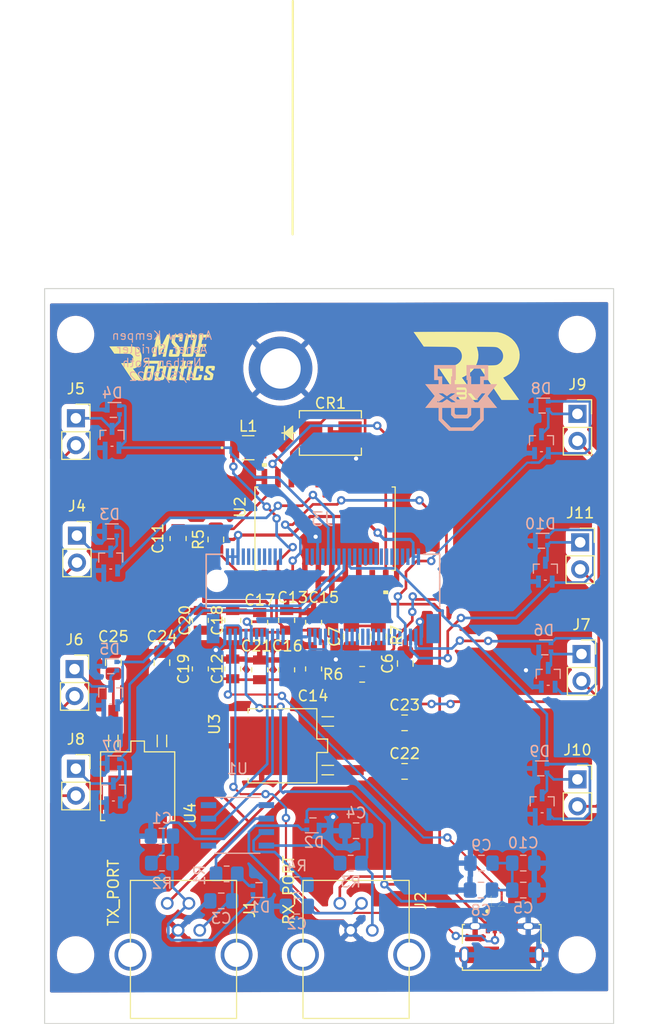
<source format=kicad_pcb>
(kicad_pcb (version 20211014) (generator pcbnew)
  (layers (0 "F.Cu" mixed) (31 "B.Cu" mixed) (34 "B.Paste" user) (35 "F.Paste" user) (36 "B.SilkS" user "B.Silkscreen") (37 "F.SilkS" user "F.Silkscreen") (38 "B.Mask" user) (39 "F.Mask" user) (44 "Edge.Cuts" user))
  (net 0 "")
  (net 1 "Net-(C1-Pad1)")
  (net 2 "GND")
  (net 3 "Net-(D4-Pad2)")
  (net 4 "Net-(C2-Pad1)")
  (net 5 "Net-(C3-Pad1)")
  (net 6 "Net-(D3-Pad2)")
  (net 7 "Net-(C4-Pad1)")
  (net 8 "Net-(C6-Pad1)")
  (net 9 "Net-(C7-Pad1)")
  (net 10 "/220uF")
  (net 11 "Net-(CR1-Pad1)")
  (net 12 "/GPIO_1")
  (net 13 "/GPIO_0")
  (net 14 "/GPIO_2")
  (net 15 "Net-(D5-Pad2)")
  (net 16 "/GPIO_5")
  (net 17 "Net-(D6-Pad2)")
  (net 18 "/GPIO_3")
  (net 19 "Net-(D7-Pad2)")
  (net 20 "/GPIO_7")
  (net 21 "Net-(D8-Pad2)")
  (net 22 "/GPIO_4")
  (net 23 "Net-(D9-Pad2)")
  (net 24 "/GPIO_6")
  (net 25 "Net-(D10-Pad2)")
  (net 26 "Net-(J3-Pad11)")
  (net 27 "/USB_D+")
  (net 29 "/USB_D-")
  (net 36 "/RS485_RXD")
  (net 38 "/RS485_TXD")
  (net 42 "Net-(R3-Pad2)")
  (net 43 "Net-(R4-Pad2)")
  (net 66 "Net-(R1-Pad2)")
  (net 67 "Net-(R2-Pad2)")
  (net 68 "Net-(R5-Pad1)")
  (net 69 "Net-(R6-Pad1)")
  (net 70 "/RS485_A_12V")
  (net 71 "/RS485_B_12V")
  (net 80 "Net-(U1-Pad1)")
  (net 81 "5V")
  (net 82 "USB_V")
  (net 83 "5V_L")
  (footprint "Connector_PinSocket_2.54mm:PinSocket_1x02_P2.54mm_Vertical" (layer "F.Cu") (at 153.949 110.47825)
    (fp_text reference "J10")
    (fp_text value "Conn_01x02_Male")
  )
  (footprint "22U:CL21A226MQQNNNF" (layer "F.Cu") (at 118.4275 100.076 90)
    (fp_text reference "C19")
    (fp_text value "22uF" hide)
  )
  (footprint "22U:CL21A226MQQNNNF" (layer "F.Cu") (at 129.0955 95.6945 90)
    (fp_text reference "C15")
    (fp_text value "22uF" hide)
  )
  (footprint "Connector_PinSocket_2.54mm:PinSocket_1x02_P2.54mm_Vertical" (layer "F.Cu") (at 154.203 88.158)
    (fp_text reference "J11")
    (fp_text value "Conn_01x02_Male")
  )
  (footprint "MountingHole:MountingHole_2.5mm" (layer "F.Cu") (at 106.68 68.58)
    (fp_text reference "H2" hide)
    (fp_text value "MountingHole")
  )
  (footprint "Logos:MSOE Robotics" (layer "F.Cu") (at 114.808 70.739)
    (fp_text reference "G***" hide)
    (fp_text value "LOGO" hide)
  )
  (footprint "Logos:Raider Robotics" (layer "F.Cu") (at 143.637 71.501)
    (fp_text reference "G***" hide)
    (fp_text value "LOGO" hide)
  )
  (footprint "Connector_PinSocket_2.54mm:PinSocket_1x02_P2.54mm_Vertical" (layer "F.Cu") (at 106.705 76.474)
    (fp_text reference "J5")
    (fp_text value "Conn_01x02_Male")
  )
  (footprint "22U:CL21A226MQQNNNF" (layer "F.Cu") (at 129.0955 100.076 90)
    (fp_text reference "C14")
    (fp_text value "22uF" hide)
  )
  (footprint "22U:CL21A226MQQNNNF" (layer "F.Cu") (at 118.4275 95.504 90)
    (fp_text reference "C20")
    (fp_text value "22uF" hide)
  )
  (footprint "RS485:RS485" (layer "F.Cu") (at 116.84 128.652)
    (fp_text reference "J1")
    (fp_text value "TX_PORT")
  )
  (footprint "12v5v:MC78M05CDTRKG" (layer "F.Cu") (at 112.522 111.125 180)
    (fp_text reference "U4")
    (fp_text value "MC78M05CDTRKG" hide)
  )
  (footprint "Capacitor_SMD:C_0805_2012Metric_Pad1.18x1.45mm_HandSolder" (layer "F.Cu") (at 137.668 105.156)
    (fp_text reference "C23")
    (fp_text value "1u")
  )
  (footprint "MBRS130L:MBRS130L" (layer "F.Cu") (at 130.6753 77.85735)
    (fp_text reference "CR1")
    (fp_text value "MBRS130L" hide)
  )
  (footprint "22U:CL21A226MQQNNNF" (layer "F.Cu") (at 126.5555 100.1642 90)
    (fp_text reference "C16")
    (fp_text value "22uF" hide)
  )
  (footprint "induct33u:LB3218T330M" (layer "F.Cu") (at 122.936 79.248)
    (fp_text reference "L1")
    (fp_text value "LB3218T330M (33uH)" hide)
  )
  (footprint "Capacitor_SMD:C_0805_2012Metric_Pad1.18x1.45mm_HandSolder" (layer "F.Cu") (at 132.6515 97.028 -90)
    (fp_text reference "C7")
    (fp_text value "0.01u")
  )
  (footprint "10118194-0001LF:AMPHENOL_10118194-0001LF" (layer "F.Cu") (at 146.812 127)
    (fp_text reference "J12")
    (fp_text value "10118194-0001LF")
  )
  (footprint "22U:CL21A226MQQNNNF" (layer "F.Cu") (at 124.0155 95.6945 90)
    (fp_text reference "C17")
    (fp_text value "22uF" hide)
  )
  (footprint "MountingHole:MountingHole_2.5mm" (layer "F.Cu") (at 106.68 127)
    (fp_text reference "H4" hide)
    (fp_text value "MountingHole")
  )
  (footprint "MountingHole:MountingHole_2.5mm" (layer "F.Cu") (at 153.924 68.58)
    (fp_text reference "H1" hide)
    (fp_text value "MountingHole")
  )
  (footprint "33sw:MIC2178-3.3YWM" (layer "F.Cu") (at 130.175 86.868 -90)
    (fp_text reference "U2")
    (fp_text value "MIC2178-3.3YWM" hide)
  )
  (footprint "22U:CL21A226MQQNNNF" (layer "F.Cu") (at 121.4755 95.504 90)
    (fp_text reference "C18")
    (fp_text value "22uF" hide)
  )
  (footprint "Connector_PinSocket_2.54mm:PinSocket_1x02_P2.54mm_Vertical" (layer "F.Cu") (at 106.807 87.523)
    (fp_text reference "J4")
    (fp_text value "Conn_01x02_Male")
  )
  (footprint "Capacitor_SMD:C_0805_2012Metric_Pad1.18x1.45mm_HandSolder" (layer "F.Cu") (at 137.668 109.728)
    (fp_text reference "C22")
    (fp_text value "1u")
  )
  (footprint "Resistor_SMD:R_0805_2012Metric_Pad1.20x1.40mm_HandSolder" (layer "F.Cu") (at 133.6675 100.584)
    (fp_text reference "R6")
    (fp_text value "10k")
  )
  (footprint "Capacitor_SMD:C_0805_2012Metric_Pad1.18x1.45mm_HandSolder" (layer "F.Cu") (at 137.7315 99.568 90)
    (fp_text reference "C6")
    (fp_text value "6.8n")
  )
  (footprint "Resistor_SMD:R_0805_2012Metric_Pad1.20x1.40mm_HandSolder" (layer "F.Cu") (at 135.1915 97.028 -90)
    (fp_text reference "R7")
    (fp_text value "10k")
  )
  (footprint "22U:CL21A226MQQNNNF" (layer "F.Cu") (at 126.5555 95.504 90)
    (fp_text reference "C13")
    (fp_text value "22uF" hide)
  )
  (footprint "Connector_PinSocket_2.54mm:PinSocket_1x02_P2.54mm_Vertical" (layer "F.Cu") (at 153.949 76.06125)
    (fp_text reference "J9")
    (fp_text value "Conn_01x02_Male")
  )
  (footprint "22U:CL21A226MQQNNNF" (layer "F.Cu") (at 116.332 87.7958 -90)
    (fp_text reference "C11")
    (fp_text value "CL21A226MQQNNNF (22uF)" hide)
  )
  (footprint "Resistor_SMD:R_0805_2012Metric_Pad1.20x1.40mm_HandSolder" (layer "F.Cu") (at 119.888 87.884 90)
    (fp_text reference "R5")
    (fp_text value "20k")
  )
  (footprint "MountingHole:MountingHole_2.5mm" (layer "F.Cu") (at 153.924 127)
    (fp_text reference "H3" hide)
    (fp_text value "MountingHole")
  )
  (footprint "Capacitor_SMD:C_0805_2012Metric_Pad1.18x1.45mm_HandSolder" (layer "F.Cu") (at 110.236 99.4918 90)
    (fp_text reference "C25")
    (fp_text value "1u")
  )
  (footprint "Connector_PinSocket_2.54mm:PinSocket_1x02_P2.54mm_Vertical" (layer "F.Cu") (at 154.33 98.679)
    (fp_text reference "J7")
    (fp_text value "Conn_01x02_Male")
  )
  (footprint "22U:CL21A226MQQNNNF" (layer "F.Cu") (at 121.4755 100.076 90)
    (fp_text reference "C12")
    (fp_text value "22uF" hide)
  )
  (footprint "Connector_PinSocket_2.54mm:PinSocket_1x02_P2.54mm_Vertical" (layer "F.Cu") (at 106.578 100.096)
    (fp_text reference "J6")
    (fp_text value "Conn_01x02_Male")
  )
  (footprint "22U:CL21A226MQQNNNF" (layer "F.Cu") (at 124.0155 100.1642 90)
    (fp_text reference "C21")
    (fp_text value "22uF" hide)
  )
  (footprint "Connector_PinSocket_2.54mm:PinSocket_1x02_P2.54mm_Vertical" (layer "F.Cu") (at 106.705 109.474)
    (fp_text reference "J8")
    (fp_text value "Conn_01x02_Male")
  )
  (footprint "Capacitor_SMD:C_0805_2012Metric_Pad1.18x1.45mm_HandSolder" (layer "F.Cu") (at 114.808 99.4918 90)
    (fp_text reference "C24")
    (fp_text value "1u")
  )
  (footprint "12v5v:MC78M05CDTRKG" (layer "F.Cu") (at 126.1618 107.315 90)
    (fp_text reference "U3")
    (fp_text value "MC78M05CDTRKG" hide)
  )
  (footprint "RS485:RS485" (layer "F.Cu") (at 133.096 128.652)
    (fp_text reference "J2")
    (fp_text value "RX_PORT")
  )
  (footprint "Capacitor_SMD:C_0805_2012Metric_Pad1.18x1.45mm_HandSolder" (layer "B.Cu") (at 148.844 118.364)
    (fp_text reference "C10")
    (fp_text value "0.1u")
  )
  (footprint "Resistor_SMD:R_0805_2012Metric_Pad1.20x1.40mm_HandSolder" (layer "B.Cu") (at 127.508 120.396)
    (fp_text reference "R4")
    (fp_text value "10")
  )
  (footprint "Capacitor_SMD:C_0805_2012Metric_Pad1.18x1.45mm_HandSolder" (layer "B.Cu") (at 144.907 118.364 180)
    (fp_text reference "C9")
    (fp_text value "0.1u")
  )
  (footprint "Capacitor_SMD:C_0805_2012Metric_Pad1.18x1.45mm_HandSolder" (layer "B.Cu") (at 120.396 121.92 180)
    (fp_text reference "C3")
    (fp_text value "0.1u")
  )
  (footprint "Package_TO_SOT_SMD:SOT-723" (layer "B.Cu") (at 150.876 98.044 180)
    (fp_text reference "D6")
    (fp_text value "D_TVS_x2_AAC")
  )
  (footprint "Package_TO_SOT_SMD:SOT-723" (layer "B.Cu") (at 109.982 87.122 180)
    (fp_text reference "D3")
    (fp_text value "D_TVS_x2_AAC")
  )
  (footprint "Capacitor_SMD:C_0805_2012Metric_Pad1.18x1.45mm_HandSolder" (layer "B.Cu") (at 148.844 120.904)
    (fp_text reference "C5")
    (fp_text value "10n")
  )
  (footprint "Capacitor_SMD:C_0805_2012Metric_Pad1.18x1.45mm_HandSolder" (layer "B.Cu") (at 144.864 120.904 180)
    (fp_text reference "C8")
    (fp_text value "10n")
  )
  (footprint "Package_TO_SOT_SMD:SOT-723" (layer "B.Cu") (at 109.982 99.822 180)
    (fp_text reference "D5")
    (fp_text value "D_TVS_x2_AAC")
  )
  (footprint "SSM3K7002KFU:SSM3K7002KFU" (layer "B.Cu") (at 151.1935 100.86975 180)
    (fp_text reference "MOSFET4" hide)
    (fp_text value "SSM3K7002KFU" hide)
  )
  (footprint "SSM3K7002KFU:SSM3K7002KFU" (layer "B.Cu") (at 150.5585 78.867 180)
    (fp_text reference "MOSFET6" hide)
    (fp_text value "SSM3K7002KFU" hide)
  )
  (footprint "mm-m:M.2-CONNECTOR-E" (layer "B.Cu") (at 129.9755 91.78125 180)
    (fp_text reference "J3")
    (fp_text value "MICROMOD-2222" hide)
  )
  (footprint "Package_TO_SOT_SMD:SOT-723" (layer "B.Cu") (at 150.495 109.44225 180)
    (fp_text reference "D9")
    (fp_text value "D_TVS_x2_AAC")
  )
  (footprint "Package_TO_SOT_SMD:SOT-723" (layer "B.Cu") (at 123.952 120.904)
    (fp_text reference "D1")
    (fp_text value "D_TVS_x2_AAC")
  )
  (footprint "Package_TO_SOT_SMD:SOT-723" (layer "B.Cu") (at 110.236 108.966 180)
    (fp_text reference "D7")
    (fp_text value "D_TVS_x2_AAC")
  )
  (footprint "SSM3K7002KFU:SSM3K7002KFU" (layer "B.Cu") (at 150.622 112.87125 180)
    (fp_text reference "MOSFET7" hide)
    (fp_text value "SSM3K7002KFU" hide)
  )
  (footprint "SSM3K7002KFU:SSM3K7002KFU" (layer "B.Cu") (at 110.236 111.76 180)
    (fp_text reference "MOSFET5" hide)
    (fp_text value "SSM3K7002KFU" hide)
  )
  (footprint "SSM3K7002KFU:SSM3K7002KFU" (layer "B.Cu") (at 150.924501 90.96375 180)
    (fp_text reference "MOSFET8" hide)
    (fp_text value "SSM3K7002KFU" hide)
  )
  (footprint "SSM3K7002KFU:SSM3K7002KFU" (layer "B.Cu") (at 110.109 78.359 180)
    (fp_text reference "MOSFET2" hide)
    (fp_text value "SSM3K7002KFU" hide)
  )
  (footprint "Package_TO_SOT_SMD:SOT-723" (layer "B.Cu") (at 150.622 75.27925 180)
    (fp_text reference "D8")
    (fp_text value "D_TVS_x2_AAC")
  )
  (footprint "MicroMod_ATP_CarrierBoard:STAND-OFF-REFLOW-M2.5" (layer "B.Cu") (at 125.9795 71.78325 180)
    (fp_text reference "H5" hide)
    (fp_text value "STAND-OFF-REFLOW2.5MM_TALL" hide)
  )
  (footprint "Resistor_SMD:R_0805_2012Metric_Pad1.20x1.40mm_HandSolder" (layer "B.Cu") (at 114.808 118.364 180)
    (fp_text reference "R2")
    (fp_text value "10")
  )
  (footprint "Capacitor_SMD:C_0805_2012Metric_Pad1.18x1.45mm_HandSolder" (layer "B.Cu") (at 133.096 115.316 180)
    (fp_text reference "C4")
    (fp_text value "0.1u")
  )
  (footprint "Logos:VEXU" (layer "B.Cu") (at 143.002 74.549 180)
    (fp_text reference "G***" hide)
    (fp_text value "LOGO" hide)
  )
  (footprint "RS_UART:ISL83490IBZ" (layer "B.Cu") (at 121.92 114.808)
    (fp_text reference "U1")
    (fp_text value "ISL83490IBZ" hide)
  )
  (footprint "Package_TO_SOT_SMD:SOT-723" (layer "B.Cu") (at 150.5585 88.011 180)
    (fp_text reference "D10")
    (fp_text value "D_TVS_x2_AAC")
  )
  (footprint "Package_TO_SOT_SMD:SOT-723" (layer "B.Cu") (at 129.032 114.808)
    (fp_text reference "D2")
    (fp_text value "D_TVS_x2_AAC")
  )
  (footprint "Package_TO_SOT_SMD:SOT-723" (layer "B.Cu") (at 110.236 75.692 180)
    (fp_text reference "D4")
    (fp_text value "D_TVS_x2_AAC")
  )
  (footprint "Capacitor_SMD:C_0805_2012Metric_Pad1.18x1.45mm_HandSolder" (layer "B.Cu") (at 114.808 115.824 180)
    (fp_text reference "C1")
    (fp_text value "0.1u")
  )
  (footprint "Resistor_SMD:R_0805_2012Metric_Pad1.20x1.40mm_HandSolder" (layer "B.Cu") (at 132.588 118.364 180)
    (fp_text reference "R3")
    (fp_text value "10")
  )
  (footprint "Resistor_SMD:R_0805_2012Metric_Pad1.20x1.40mm_HandSolder" (layer "B.Cu") (at 120.904 119.38 180)
    (fp_text reference "R1")
    (fp_text value "10")
  )
  (footprint "Capacitor_SMD:C_0805_2012Metric_Pad1.18x1.45mm_HandSolder" (layer "B.Cu") (at 127.508 122.428 180)
    (fp_text reference "C2")
    (fp_text value "0.1u")
  )
  (footprint "SSM3K7002KFU:SSM3K7002KFU" (layer "B.Cu") (at 109.982 89.916 180)
    (fp_text reference "MOSFET1" hide)
    (fp_text value "SSM3K7002KFU" hide)
  )
  (footprint "SSM3K7002KFU:SSM3K7002KFU" (layer "B.Cu") (at 109.982 102.616 180)
    (fp_text reference "MOSFET3" hide)
    (fp_text value "SSM3K7002KFU" hide)
  )
  (gr_line (start 127.1414 37.1856) (end 127.116 59.1566) (layer "F.SilkS") (width 0.2032))
  (gr_rect (start 103.759 64.262) (end 157.353 133.477) (layer "Edge.Cuts") (width 0.1) (fill none))
  (gr_text "Andrew Kempen\nAsher Sprigler\nNathan Roth\n4/5/2022" (at 114.808 70.612) (layer "B.SilkS") (effects (font (size 0.8 0.8) (thickness 0.1)) (justify mirror)))
  (segment (start 115.808 115.8615) (end 115.8455 115.824) (width 0.25) (layer "B.Cu") (net 1))
  (segment (start 115.808 118.364) (end 115.808 115.8615) (width 0.25) (layer "B.Cu") (net 1))
  (segment (start 123.377 121.304) (end 123.377 121.754) (width 0.25) (layer "B.Cu") (net 1))
  (segment (start 115.710511 125.616511) (end 115.405489 125.311489) (width 0.25) (layer "B.Cu") (net 1))
  (segment (start 119.514489 125.616511) (end 115.710511 125.616511) (width 0.25) (layer "B.Cu") (net 1))
  (segment (start 123.377 121.754) (end 119.514489 125.616511) (width 0.25) (layer "B.Cu") (net 1))
  (segment (start 117.35 122.152) (end 115.808 120.61) (width 0.25) (layer "B.Cu") (net 1))
  (segment (start 115.405489 124.096511) (end 117.35 122.152) (width 0.25) (layer "B.Cu") (net 1))
  (segment (start 115.405489 125.311489) (end 115.405489 124.096511) (width 0.25) (layer "B.Cu") (net 1))
  (segment (start 115.808 120.61) (end 115.808 118.364) (width 0.25) (layer "B.Cu") (net 1))
  (segment (start 137.7315 98.5305) (end 137.5625 98.5305) (width 0.35) (layer "F.Cu") (net 2))
  (segment (start 130.81 91.6178) (end 129.54 91.6178) (width 0.35) (layer "F.Cu") (net 2))
  (segment (start 128.27 82.7151) (end 128.27 82.1182) (width 0.2) (layer "F.Cu") (net 2))
  (segment (start 132.461 98.256) (end 132.6515 98.0655) (width 0.35) (layer "F.Cu") (net 2))
  (segment (start 130.81 82.1182) (end 132.08 82.1182) (width 0.35) (layer "F.Cu") (net 2))
  (segment (start 124.554489 123.792489) (end 124.587 123.825) (width 0.2) (layer "F.Cu") (net 2))
  (segment (start 132.6515 98.0655) (end 135.154 98.0655) (width 0.35) (layer "F.Cu") (net 2))
  (segment (start 121.666 94.7667) (end 121.4755 94.5762) (width 0.35) (layer "F.Cu") (net 2))
  (segment (start 130.81 82.1182) (end 129.54 82.1182) (width 0.35) (layer "F.Cu") (net 2))
  (segment (start 129.0073 99.2364) (end 129.0955 99.1482) (width 0.35) (layer "F.Cu") (net 2))
  (segment (start 133.096 78.42385) (end 132.5295 77.85735) (width 0.35) (layer "F.Cu") (net 2))
  (segment (start 128.27 91.6178) (end 129.54 91.6178) (width 0.35) (layer "F.Cu") (net 2))
  (segment (start 147.462 124.3) (end 148.112 124.3) (width 0.35) (layer "F.Cu") (net 2))
  (segment (start 123.9273 99.1482) (end 124.0155 99.2364) (width 0.35) (layer "F.Cu") (net 2))
  (segment (start 118.4275 99.1482) (end 119.0378 99.1482) (width 0.35) (layer "F.Cu") (net 2))
  (segment (start 135.154 98.0655) (end 135.1915 98.028) (width 0.35) (layer "F.Cu") (net 2))
  (segment (start 128.7392 99.1482) (end 129.0955 99.1482) (width 0.35) (layer "F.Cu") (net 2))
  (segment (start 124.0155 94.7667) (end 121.666 94.7667) (width 0.35) (layer "F.Cu") (net 2))
  (segment (start 124.46 82.1182) (end 124.46 81.39213) (width 0.35) (layer "F.Cu") (net 2))
  (segment (start 126.746 94.7667) (end 126.5555 94.5762) (width 0.35) (layer "F.Cu") (net 2))
  (segment (start 132.08 91.6178) (end 130.81 91.6178) (width 0.35) (layer "F.Cu") (net 2))
  (segment (start 129.54 82.1182) (end 128.27 82.1182) (width 0.35) (layer "F.Cu") (net 2))
  (segment (start 148.112 126.7) (end 147.812 127) (width 0.35) (layer "F.Cu") (net 2))
  (segment (start 133.35 91.6178) (end 132.08 91.6178) (width 0.35) (layer "F.Cu") (net 2))
  (via (at 131.191 99.187) (size 0.8) (drill 0.4) (layers "F.Cu" "B.Cu") (net 2))
  (via (at 139.110668 95.637078) (size 0.8) (drill 0.4) (layers "F.Cu" "B.Cu") (net 2))
  (via (at 129.286 87.63) (size 0.8) (drill 0.4) (layers "F.Cu" "B.Cu") (net 2))
  (via (at 119.888 98.298) (size 0.8) (drill 0.4) (layers "F.Cu" "B.Cu") (net 2))
  (via (at 130.937 114.0085) (size 0.8) (drill 0.4) (layers "F.Cu" "B.Cu") (net 2))
  (via (at 149.098 100.203) (size 0.8) (drill 0.4) (layers "F.Cu" "B.Cu") (net 2))
  (via (at 133.096 80.264) (size 0.8) (drill 0.4) (layers "F.Cu" "B.Cu") (net 2))
  (segment (start 120.7255 97.05625) (end 120.7255 96.032228) (width 0.2) (layer "B.Cu") (net 2))
  (segment (start 129.4755 87.8195) (end 129.4755 89.50625) (width 0.25) (layer "B.Cu") (net 2))
  (segment (start 131.191 99.187) (end 130.2255 98.2215) (width 0.2) (layer "B.Cu") (net 2))
  (segment (start 109.407 90.878498) (end 109.332001 90.803499) (width 0.35) (layer "B.Cu") (net 2))
  (segment (start 128.7255 98.080272) (end 128.866728 98.2215) (width 0.2) (layer "B.Cu") (net 2))
  (segment (start 125.984 122.428) (end 126.4705 122.428) (width 0.2) (layer "B.Cu") (net 2))
  (segment (start 132.0585 115.316) (end 132.48752 115.74502) (width 0.2) (layer "B.Cu") (net 2))
  (segment (start 143.8265 118.407) (end 143.8695 118.364) (width 0.35) (layer "B.Cu") (net 2))
  (segment (start 129.286 87.63) (end 129.4755 87.8195) (width 0.25) (layer "B.Cu") (net 2))
  (segment (start 120.182772 98.298) (end 120.7255 97.755272) (width 0.2) (layer "B.Cu") (net 2))
  (segment (start 128.7255 97.05625) (end 128.7255 98.080272) (width 0.2) (layer "B.Cu") (net 2))
  (segment (start 122.016739 95.981739) (end 122.2255 96.1905) (width 0.2) (layer "B.Cu") (net 2))
  (segment (start 109.586001 112.647499) (end 109.586001 112.990199) (width 0.35) (layer "B.Cu") (net 2))
  (segment (start 120.7255 97.755272) (end 120.7255 97.05625) (width 0.2) (layer "B.Cu") (net 2))
  (segment (start 128.866728 98.2215) (end 130.2255 98.2215) (width 0.2) (layer "B.Cu") (net 2))
  (segment (start 116.33 124.692) (end 119.102 121.92) (width 0.35) (layer "B.Cu") (net 2))
  (segment (start 149.8815 118.364) (end 149.972001 118.273499) (width 0.35) (layer "B.Cu") (net 2))
  (segment (start 109.407 79.2985) (end 109.459001 79.246499) (width 0.35) (layer "B.Cu") (net 2))
  (segment (start 131.7255 98.1975) (end 131.7255 97.05625) (width 0.2) (layer "B.Cu") (net 2))
  (segment (start 109.332001 91.171001) (end 109.332001 90.803499) (width 0.35) (layer "B.Cu") (net 2))
  (segment (start 119.888 98.298) (end 120.182772 98.298) (width 0.2) (layer "B.Cu") (net 2))
  (segment (start 109.661 75.692) (end 109.661 75.092) (width 0.35) (layer "B.Cu") (net 2))
  (segment (start 119.102 121.92) (end 119.3585 121.92) (width 0.35) (layer "B.Cu") (net 2))
  (segment (start 143.8265 120.904) (end 144.312 121.3895) (width 0.35) (layer "B.Cu") (net 2))
  (segment (start 130.2255 98.2215) (end 130.2255 97.05625) (width 0.2) (layer "B.Cu") (net 2))
  (segment (start 139.110668 95.637078) (end 139.250011 95.776421) (width 0.35) (layer "B.Cu") (net 2))
  (segment (start 150.415817 101.629565) (end 150.543501 101.757249) (width 0.35) (layer "B.Cu") (net 2))
  (segment (start 149.92 113.706748) (end 149.972001 113.758749) (width 0.35) (layer "B.Cu") (net 2))
  (segment (start 131.191 99.187) (end 131.191 98.732) (width 0.2) (layer "B.Cu") (net 2))
  (segment (start 120.7255 96.032228) (end 120.775989 95.981739) (width 0.2) (layer "B.Cu") (net 2))
  (segment (start 120.775989 95.981739) (end 122.016739 95.981739) (width 0.2) (layer "B.Cu") (net 2))
  (segment (start 122.2255 96.1905) (end 122.2255 97.05625) (width 0.2) (layer "B.Cu") (net 2))
  (segment (start 131.191 98.732) (end 131.7255 98.1975) (width 0.2) (layer "B.Cu") (net 2))
  (segment (start 139.250011 95.776421) (end 139.250011 97.05625) (width 0.35) (layer "B.Cu") (net 2))
  (segment (start 110.811 76.092) (end 110.811 76.7695) (width 0.25) (layer "B.Cu") (net 3))
  (segment (start 109.1115 76.474) (end 110.109 77.4715) (width 0.25) (layer "B.Cu") (net 3))
  (segment (start 110.811 76.7695) (end 110.109 77.4715) (width 0.25) (layer "B.Cu") (net 3))
  (segment (start 106.705 76.474) (end 109.1115 76.474) (width 0.25) (layer "B.Cu") (net 3))
  (segment (start 122.99448 117.357719) (end 122.99448 115.433998) (width 0.25) (layer "B.Cu") (net 4))
  (segment (start 126.03276 120.396) (end 122.99448 117.357719) (width 0.25) (layer "B.Cu") (net 4))
  (segment (start 129.194011 123.076511) (end 128.5455 122.428) (width 0.25) (layer "B.Cu") (net 4))
  (segment (start 126.508 120.396) (end 126.03276 120.396) (width 0.25) (layer "B.Cu") (net 4))
  (segment (start 126.5135 120.396) (end 128.5455 122.428) (width 0.25) (layer "B.Cu") (net 4))
  (segment (start 127.613089 114.839089) (end 127.982 115.208) (width 0.25) (layer "B.Cu") (net 4))
  (segment (start 122.99448 115.433998) (end 123.589389 114.839089) (width 0.25) (layer "B.Cu") (net 4))
  (segment (start 133.606 122.152) (end 132.681489 123.076511) (width 0.25) (layer "B.Cu") (net 4))
  (segment (start 127.982 115.208) (end 128.457 115.208) (width 0.25) (layer "B.Cu") (net 4))
  (segment (start 123.589389 114.839089) (end 127.613089 114.839089) (width 0.25) (layer "B.Cu") (net 4))
  (segment (start 132.681489 123.076511) (end 129.194011 123.076511) (width 0.25) (layer "B.Cu") (net 4))
  (segment (start 126.508 120.396) (end 126.5135 120.396) (width 0.25) (layer "B.Cu") (net 4))
  (segment (start 121.142 121.92) (end 121.4335 121.92) (width 0.25) (layer "B.Cu") (net 5))
  (segment (start 121.4335 119.8505) (end 121.904 119.38) (width 0.25) (layer "B.Cu") (net 5))
  (segment (start 123.028 120.504) (end 121.904 119.38) (width 0.25) (layer "B.Cu") (net 5))
  (segment (start 118.37 124.692) (end 121.142 121.92) (width 0.25) (layer "B.Cu") (net 5))
  (segment (start 123.377 120.504) (end 123.028 120.504) (width 0.25) (layer "B.Cu") (net 5))
  (segment (start 121.4335 121.92) (end 121.4335 119.8505) (width 0.25) (layer "B.Cu") (net 5))
  (segment (start 110.557 87.522) (end 110.557 88.4535) (width 0.25) (layer "B.Cu") (net 6))
  (segment (start 108.3125 89.0285) (end 106.807 87.523) (width 0.25) (layer "B.Cu") (net 6))
  (segment (start 110.557 88.4535) (end 109.982 89.0285) (width 0.25) (layer "B.Cu") (net 6))
  (segment (start 109.982 89.0285) (end 108.3125 89.0285) (width 0.25) (layer "B.Cu") (net 6))
  (segment (start 134.1335 115.316) (end 134.1335 117.8185) (width 0.25) (layer "B.Cu") (net 7))
  (segment (start 133.604 113.284) (end 128.644 113.284) (width 0.25) (layer "B.Cu") (net 7))
  (segment (start 134.626 119.402) (end 134.626 124.692) (width 0.25) (layer "B.Cu") (net 7))
  (segment (start 134.1335 115.316) (end 134.112 115.2945) (width 0.25) (layer "B.Cu") (net 7))
  (segment (start 134.112 113.792) (end 133.604 113.284) (width 0.25) (layer "B.Cu") (net 7))
  (segment (start 134.112 115.2945) (end 134.112 113.792) (width 0.25) (layer "B.Cu") (net 7))
  (segment (start 133.588 118.364) (end 134.626 119.402) (width 0.25) (layer "B.Cu") (net 7))
  (segment (start 128.644 113.284) (end 128.457 113.471) (width 0.25) (layer "B.Cu") (net 7))
  (segment (start 134.1335 117.8185) (end 133.588 118.364) (width 0.25) (layer "B.Cu") (net 7))
  (segment (start 128.457 113.471) (end 128.457 114.408) (width 0.25) (layer "B.Cu") (net 7))
  (segment (start 134.6675 100.584) (end 137.71 100.584) (width 0.25) (layer "F.Cu") (net 8))
  (segment (start 137.71 100.584) (end 137.7315 100.6055) (width 0.25) (layer "F.Cu") (net 8))
  (segment (start 135.1915 96.028) (end 132.689 96.028) (width 0.25) (layer "F.Cu") (net 9))
  (segment (start 132.689 96.028) (end 132.6515 95.9905) (width 0.25) (layer "F.Cu") (net 9))
  (segment (start 135.1915 96.028) (end 134.62 95.4565) (width 0.25) (layer "F.Cu") (net 9))
  (segment (start 134.62 95.4565) (end 134.62 91.6178) (width 0.25) (layer "F.Cu") (net 9))
  (segment (start 128.905 96.4318) (end 129.0955 96.6223) (width 0.25) (layer "F.Cu") (net 10))
  (segment (start 126.365 96.6223) (end 126.5555 96.4318) (width 0.25) (layer "F.Cu") (net 10))
  (segment (start 125.605989 91.741811) (end 125.73 91.6178) (width 0.25) (layer "F.Cu") (net 10))
  (segment (start 124.0155 101.092) (end 121.5637 101.092) (width 0.25) (layer "F.Cu") (net 10))
  (segment (start 129.0955 101.0038) (end 126.6437 101.0038) (width 0.25) (layer "F.Cu") (net 10))
  (segment (start 125.612753 85.906157) (end 125.612753 85.734753) (width 0.25) (layer "F.Cu") (net 10))
  (segment (start 121.4755 101.0038) (end 118.4275 101.0038) (width 0.25) (layer "F.Cu") (net 10))
  (segment (start 123.825 96.4318) (end 124.0155 96.6223) (width 0.25) (layer "F.Cu") (net 10))
  (segment (start 121.539 81.026) (end 121.539 79.36865) (width 0.25) (layer "F.Cu") (net 10))
  (segment (start 125.605989 95.482289) (end 125.605989 91.741811) (width 0.25) (layer "F.Cu") (net 10))
  (segment (start 125.612753 85.734753) (end 124.673849 84.795849) (width 0.25) (layer "F.Cu") (net 10))
  (segment (start 130.045011 100.054289) (end 129.0955 101.0038) (width 0.25) (layer "F.Cu") (net 10))
  (segment (start 129.0955 96.6223) (end 130.045011 97.571811) (width 0.25) (layer "F.Cu") (net 10))
  (segment (start 124.0155 96.6223) (end 126.365 96.6223) (width 0.25) (layer "F.Cu") (net 10))
  (segment (start 126.6437 101.0038) (end 126.5555 101.092) (width 0.25) (layer "F.Cu") (net 10))
  (segment (start 121.4755 96.4318) (end 123.825 96.4318) (width 0.25) (layer "F.Cu") (net 10))
  (segment (start 125.73 91.6178) (end 125.73 90.0055) (width 0.25) (layer "F.Cu") (net 10))
  (segment (start 125.73 90.0055) (end 127.127 88.6085) (width 0.25) (layer "F.Cu") (net 10))
  (segment (start 121.5637 101.092) (end 121.4755 101.0038) (width 0.25) (layer "F.Cu") (net 10))
  (segment (start 118.4275 96.4318) (end 121.4755 96.4318) (width 0.25) (layer "F.Cu") (net 10))
  (segment (start 130.045011 97.571811) (end 130.045011 100.054289) (width 0.25) (layer "F.Cu") (net 10))
  (segment (start 126.5555 96.4318) (end 128.905 96.4318) (width 0.25) (layer "F.Cu") (net 10))
  (segment (start 121.539 79.36865) (end 121.65965 79.248) (width 0.25) (layer "F.Cu") (net 10))
  (segment (start 126.5555 96.4318) (end 125.605989 95.482289) (width 0.25) (layer "F.Cu") (net 10))
  (segment (start 126.5555 101.092) (end 124.0155 101.092) (width 0.25) (layer "F.Cu") (net 10))
  (via (at 127.127 88.6085) (size 0.8) (drill 0.4) (layers "F.Cu" "B.Cu") (net 10))
  (via (at 124.673849 84.795849) (size 0.8) (drill 0.4) (layers "F.Cu" "B.Cu") (net 10))
  (via (at 121.539 81.026) (size 0.8) (drill 0.4) (layers "F.Cu" "B.Cu") (net 10))
  (via (at 125.612753 85.906157) (size 0.8) (drill 0.4) (layers "F.Cu" "B.Cu") (net 10))
  (segment (start 126.7085 88.6085) (end 125.612753 87.512753) (width 0.25) (layer "B.Cu") (net 10))
  (segment (start 124.673849 84.795849) (end 121.539 81.661) (width 0.25) (layer "B.Cu") (net 10))
  (segment (start 121.539 81.661) (end 121.539 81.026) (width 0.25) (layer "B.Cu") (net 10))
  (segment (start 127.127 88.6085) (end 126.7085 88.6085) (width 0.25) (layer "B.Cu") (net 10))
  (segment (start 125.612753 87.512753) (end 125.612753 85.906157) (width 0.25) (layer "B.Cu") (net 10))
  (segment (start 124.7267 79.248) (end 124.21235 79.248) (width 0.25) (layer "F.Cu") (net 11))
  (segment (start 133.844639 76.440639) (end 133.946211 76.542211) (width 0.25) (layer "F.Cu") (net 11))
  (segment (start 130.237811 76.440639) (end 133.844639 76.440639) (width 0.25) (layer "F.Cu") (net 11))
  (segment (start 127 82.1182) (end 127 81.5213) (width 0.25) (layer "F.Cu") (net 11))
  (segment (start 128.8211 77.85735) (end 130.237811 76.440639) (width 0.25) (layer "F.Cu") (net 11))
  (segment (start 128.8211 77.85735) (end 127 79.67845) (width 0.25) (layer "F.Cu") (net 11))
  (segment (start 127 81.5213) (end 124.7267 79.248) (width 0.25) (layer "F.Cu") (net 11))
  (segment (start 133.946211 76.542211) (end 133.946211 81.521989) (width 0.25) (layer "F.Cu") (net 11))
  (segment (start 133.946211 81.521989) (end 133.35 82.1182) (width 0.25) (layer "F.Cu") (net 11))
  (segment (start 127 79.67845) (end 127 82.1182) (width 0.25) (layer "F.Cu") (net 11))
  (segment (start 125.728837 84.710163) (end 128.014837 84.710163) (width 0.25) (layer "F.Cu") (net 12))
  (segment (start 128.014837 84.710163) (end 129.032 83.693) (width 0.25) (layer "F.Cu") (net 12))
  (via (at 125.728837 84.710163) (size 0.8) (drill 0.4) (layers "F.Cu" "B.Cu") (net 12))
  (via (at 129.032 83.693) (size 0.8) (drill 0.4) (layers "F.Cu" "B.Cu") (net 12))
  (segment (start 125.728837 84.765475) (end 124.642312 85.852) (width 0.25) (layer "B.Cu") (net 12))
  (segment (start 124.642312 85.852) (end 115.583498 85.852) (width 0.25) (layer "B.Cu") (net 12))
  (segment (start 110.831022 86.722) (end 111.106511 86.997489) (width 0.25) (layer "B.Cu") (net 12))
  (segment (start 129.032 83.693) (end 130.9755 85.6365) (width 0.25) (layer "B.Cu") (net 12))
  (segment (start 111.106511 90.328987) (end 110.631999 90.803499) (width 0.25) (layer "B.Cu") (net 12))
  (segment (start 110.557 86.722) (end 110.831022 86.722) (width 0.25) (layer "B.Cu") (net 12))
  (segment (start 130.9755 85.6365) (end 130.9755 89.50625) (width 0.25) (layer "B.Cu") (net 12))
  (segment (start 111.106511 86.997489) (end 111.106511 90.328987) (width 0.25) (layer "B.Cu") (net 12))
  (segment (start 125.728837 84.710163) (end 125.728837 84.765475) (width 0.25) (layer "B.Cu") (net 12))
  (segment (start 115.583498 85.852) (end 110.631999 90.803499) (width 0.25) (layer "B.Cu") (net 12))
  (segment (start 111.360511 75.366511) (end 111.360511 78.644987) (width 0.25) (layer "B.Cu") (net 13))
  (segment (start 121.289771 79.246499) (end 121.289771 79.752157) (width 0.25) (layer "B.Cu") (net 13))
  (segment (start 125.73198 82.04398) (end 130.4755 86.7875) (width 0.25) (layer "B.Cu") (net 13))
  (segment (start 121.289771 79.752157) (end 123.581594 82.04398) (width 0.25) (layer "B.Cu") (net 13))
  (segment (start 111.360511 78.644987) (end 110.758999 79.246499) (width 0.25) (layer "B.Cu") (net 13))
  (segment (start 110.758999 79.246499) (end 121.289771 79.246499) (width 0.25) (layer "B.Cu") (net 13))
  (segment (start 111.286 75.292) (end 111.360511 75.366511) (width 0.25) (layer "B.Cu") (net 13))
  (segment (start 123.581594 82.04398) (end 125.73198 82.04398) (width 0.25) (layer "B.Cu") (net 13))
  (segment (start 130.4755 86.7875) (end 130.4755 89.50625) (width 0.25) (layer "B.Cu") (net 13))
  (segment (start 110.811 75.292) (end 111.286 75.292) (width 0.25) (layer "B.Cu") (net 13))
  (segment (start 127.889 94.132219) (end 131.4755 90.545719) (width 0.25) (layer "B.Cu") (net 14))
  (segment (start 131.4755 90.545719) (end 131.4755 89.50625) (width 0.25) (layer "B.Cu") (net 14))
  (segment (start 131.500989 90.605761) (end 131.4755 90.580272) (width 0.25) (layer "B.Cu") (net 14))
  (segment (start 118.643219 94.132219) (end 127.889 94.132219) (width 0.25) (layer "B.Cu") (net 14))
  (segment (start 111.106511 99.496511) (end 111.106511 103.028987) (width 0.25) (layer "B.Cu") (net 14))
  (segment (start 113.049 99.422) (end 118.491 93.98) (width 0.25) (layer "B.Cu") (net 14))
  (segment (start 131.4755 90.580272) (end 131.4755 89.50625) (width 0.25) (layer "B.Cu") (net 14))
  (segment (start 118.491 93.98) (end 118.643219 94.132219) (width 0.25) (layer "B.Cu") (net 14))
  (segment (start 111.106511 103.028987) (end 110.631999 103.503499) (width 0.25) (layer "B.Cu") (net 14))
  (segment (start 111.032 99.422) (end 111.106511 99.496511) (width 0.25) (layer "B.Cu") (net 14))
  (segment (start 110.557 99.422) (end 113.049 99.422) (width 0.25) (layer "B.Cu") (net 14))
  (segment (start 110.557 99.422) (end 111.032 99.422) (width 0.25) (layer "B.Cu") (net 14))
  (segment (start 109.982 101.7285) (end 108.2105 101.7285) (width 0.25) (layer "B.Cu") (net 15))
  (segment (start 109.982 100.797) (end 110.557 100.222) (width 0.25) (layer "B.Cu") (net 15))
  (segment (start 108.2105 101.7285) (end 106.578 100.096) (width 0.25) (layer "B.Cu") (net 15))
  (segment (start 109.982 101.7285) (end 109.982 100.797) (width 0.25) (layer "B.Cu") (net 15))
  (segment (start 142.875 97.409) (end 142.904565 97.438565) (width 0.25) (layer "F.Cu") (net 16))
  (segment (start 142.904565 97.438565) (end 145.542 97.438565) (width 0.25) (layer "F.Cu") (net 16))
  (via (at 145.542 97.438565) (size 0.8) (drill 0.4) (layers "F.Cu" "B.Cu") (net 16))
  (via (at 142.875 97.409) (size 0.8) (drill 0.4) (layers "F.Cu" "B.Cu") (net 16))
  (segment (start 155.194022 97.194) (end 155.702 97.701978) (width 0.25) (layer "B.Cu") (net 16))
  (segment (start 154.816499 102.393511) (end 152.479761 102.393511) (width 0.25) (layer "B.Cu") (net 16))
  (segment (start 155.702 101.50801) (end 154.816499 102.393511) (width 0.25) (layer "B.Cu") (net 16))
  (segment (start 151.276489 97.469489) (end 151.451 97.644) (width 0.25) (layer "B.Cu") (net 16))
  (segment (start 151.451 97.644) (end 151.476 97.644) (width 0.25) (layer "B.Cu") (net 16))
  (segment (start 152.479761 102.393511) (end 151.843499 101.757249) (width 0.25) (layer "B.Cu") (net 16))
  (segment (start 142.128239 98.155761) (end 138.750989 98.155761) (width 0.25) (layer "B.Cu") (net 16))
  (segment (start 145.572924 97.469489) (end 151.276489 97.469489) (width 0.25) (layer "B.Cu") (net 16))
  (segment (start 155.702 97.701978) (end 155.702 101.50801) (width 0.25) (layer "B.Cu") (net 16))
  (segment (start 138.750989 98.155761) (end 138.7255 98.130272) (width 0.25) (layer "B.Cu") (net 16))
  (segment (start 142.875 97.409) (end 142.128239 98.155761) (width 0.25) (layer "B.Cu") (net 16))
  (segment (start 145.542 97.438565) (end 145.572924 97.469489) (width 0.25) (layer "B.Cu") (net 16))
  (segment (start 138.7255 98.130272) (end 138.7255 97.05625) (width 0.25) (layer "B.Cu") (net 16))
  (segment (start 151.476 97.644) (end 151.926 97.194) (width 0.25) (layer "B.Cu") (net 16))
  (segment (start 151.926 97.194) (end 155.194022 97.194) (width 0.25) (layer "B.Cu") (net 16))
  (segment (start 151.451 99.72475) (end 151.1935 99.98225) (width 0.25) (layer "B.Cu") (net 17))
  (segment (start 151.686 98.679) (end 151.451 98.444) (width 0.25) (layer "B.Cu") (net 17))
  (segment (start 154.33 98.679) (end 151.686 98.679) (width 0.25) (layer "B.Cu") (net 17))
  (segment (start 151.451 98.444) (end 151.451 99.72475) (width 0.25) (layer "B.Cu") (net 17))
  (segment (start 111.76 101.522728) (end 111.76 107.617) (width 0.25) (layer "B.Cu") (net 18))
  (segment (start 128.160728 94.581739) (end 118.700989 94.581739) (width 0.25) (layer "B.Cu") (net 18))
  (segment (start 131.9755 90.766967) (end 128.160728 94.581739) (width 0.25) (layer "B.Cu") (net 18))
  (segment (start 131.9755 89.50625) (end 131.9755 90.766967) (width 0.25) (layer "B.Cu") (net 18))
  (segment (start 111.360511 108.820511) (end 111.106 108.566) (width 0.25) (layer "B.Cu") (net 18))
  (segment (start 111.76 107.617) (end 110.811 108.566) (width 0.25) (layer "B.Cu") (net 18))
  (segment (start 111.106 108.566) (end 110.811 108.566) (width 0.25) (layer "B.Cu") (net 18))
  (segment (start 111.360511 112.172987) (end 111.360511 108.820511) (width 0.25) (layer "B.Cu") (net 18))
  (segment (start 118.700989 94.581739) (end 111.76 101.522728) (width 0.25) (layer "B.Cu") (net 18))
  (segment (start 110.885999 112.647499) (end 111.360511 112.172987) (width 0.25) (layer "B.Cu") (net 18))
  (segment (start 110.811 110.2975) (end 110.236 110.8725) (width 0.25) (layer "B.Cu") (net 19))
  (segment (start 110.236 110.8725) (end 108.1035 110.8725) (width 0.25) (layer "B.Cu") (net 19))
  (segment (start 108.1035 110.8725) (end 106.705 109.474) (width 0.25) (layer "B.Cu") (net 19))
  (segment (start 110.811 109.366) (end 110.811 110.2975) (width 0.25) (layer "B.Cu") (net 19))
  (segment (start 138.811 89.916) (end 140.176021 89.916) (width 0.25) (layer "F.Cu") (net 20))
  (segment (start 137.033 93.2555) (end 137.795 92.4935) (width 0.25) (layer "F.Cu") (net 20))
  (segment (start 137.795 90.932) (end 138.811 89.916) (width 0.25) (layer "F.Cu") (net 20))
  (segment (start 137.795 92.4935) (end 137.795 90.932) (width 0.25) (layer "F.Cu") (net 20))
  (via (at 137.033 93.2555) (size 0.8) (drill 0.4) (layers "F.Cu" "B.Cu") (net 20))
  (via (at 140.176021 89.916) (size 0.8) (drill 0.4) (layers "F.Cu" "B.Cu") (net 20))
  (segment (start 151.229761 79.775761) (end 151.208499 79.754499) (width 0.25) (layer "B.Cu") (net 20))
  (segment (start 140.176021 89.693979) (end 149.22289 80.64711) (width 0.2) (layer "B.Cu") (net 20))
  (segment (start 151.197 74.87925) (end 155.116022 74.87925) (width 0.25) (layer "B.Cu") (net 20))
  (segment (start 137.7255 95.8155) (end 137.7255 97.05625) (width 0.25) (layer "B.Cu") (net 20))
  (segment (start 137.033 95.123) (end 137.7255 95.8155) (width 0.25) (layer "B.Cu") (net 20))
  (segment (start 149.22289 80.64711) (end 149.60389 80.64711) (width 0.2) (layer "B.Cu") (net 20))
  (segment (start 155.123511 79.318489) (end 154.666239 79.775761) (width 0.25) (layer "B.Cu") (net 20))
  (segment (start 155.116022 74.87925) (end 155.123511 74.886739) (width 0.25) (layer "B.Cu") (net 20))
  (segment (start 154.666239 79.775761) (end 151.229761 79.775761) (width 0.25) (layer "B.Cu") (net 20))
  (segment (start 155.123511 74.886739) (end 155.123511 79.318489) (width 0.25) (layer "B.Cu") (net 20))
  (segment (start 151.208499 79.754499) (end 150.315888 80.64711) (width 0.25) (layer "B.Cu") (net 20))
  (segment (start 140.176021 89.916) (end 140.176021 89.693979) (width 0.2) (layer "B.Cu") (net 20))
  (segment (start 137.033 93.2555) (end 137.033 95.123) (width 0.25) (layer "B.Cu") (net 20))
  (segment (start 150.315888 80.64711) (end 149.60389 80.64711) (width 0.25) (layer "B.Cu") (net 20))
  (segment (start 151.197 77.341) (end 150.5585 77.9795) (width 0.25) (layer "B.Cu") (net 21))
  (segment (start 151.579 76.06125) (end 151.197 75.67925) (width 0.25) (layer "B.Cu") (net 21))
  (segment (start 153.949 76.06125) (end 151.579 76.06125) (width 0.25) (layer "B.Cu") (net 21))
  (segment (start 151.197 75.67925) (end 151.197 77.341) (width 0.25) (layer "B.Cu") (net 21))
  (segment (start 136.804875 90.605761) (end 132.631772 90.605761) (width 0.25) (layer "B.Cu") (net 22))
  (segment (start 142.20319 96.004076) (end 141.250011 95.050897) (width 0.25) (layer "B.Cu") (net 22))
  (segment (start 155.123511 113.608489) (end 154.539239 114.192761) (width 0.25) (layer "B.Cu") (net 22))
  (segment (start 154.539239 114.192761) (end 151.706011 114.192761) (width 0.25) (layer "B.Cu") (net 22))
  (segment (start 141.250011 94.581739) (end 140.780853 94.581739) (width 0.25) (layer "B.Cu") (net 22))
  (segment (start 151.706011 114.192761) (end 151.271999 113.758749) (width 0.25) (layer "B.Cu") (net 22))
  (segment (start 151.07 109.04225) (end 154.862022 109.04225) (width 0.25) (layer "B.Cu") (net 22))
  (segment (start 132.4755 90.449489) (end 132.4755 89.50625) (width 0.25) (layer "B.Cu") (net 22))
  (segment (start 141.250011 95.050897) (end 141.250011 94.581739) (width 0.25) (layer "B.Cu") (net 22))
  (segment (start 151.07 104.334) (end 142.740076 96.004076) (width 0.25) (layer "B.Cu") (net 22))
  (segment (start 151.07 109.04225) (end 151.07 104.334) (width 0.25) (layer "B.Cu") (net 22))
  (segment (start 155.123511 109.303739) (end 155.123511 113.608489) (width 0.25) (layer "B.Cu") (net 22))
  (segment (start 132.631772 90.605761) (end 132.4755 90.449489) (width 0.25) (layer "B.Cu") (net 22))
  (segment (start 140.780853 94.581739) (end 136.804875 90.605761) (width 0.25) (layer "B.Cu") (net 22))
  (segment (start 142.740076 96.004076) (end 142.20319 96.004076) (width 0.25) (layer "B.Cu") (net 22))
  (segment (start 154.862022 109.04225) (end 155.123511 109.303739) (width 0.25) (layer "B.Cu") (net 22))
  (segment (start 151.07 111.53575) (end 150.622 111.98375) (width 0.25) (layer "B.Cu") (net 23))
  (segment (start 151.706 110.47825) (end 151.07 109.84225) (width 0.25) (layer "B.Cu") (net 23))
  (segment (start 153.949 110.47825) (end 151.706 110.47825) (width 0.25) (layer "B.Cu") (net 23))
  (segment (start 151.07 109.84225) (end 151.07 111.53575) (width 0.25) (layer "B.Cu") (net 23))
  (segment (start 142.972435 95.279565) (end 141.732 96.52) (width 0.25) (layer "F.Cu") (net 24))
  (segment (start 141.732 96.52) (end 141.732 99.06) (width 0.25) (layer "F.Cu") (net 24))
  (via (at 142.972435 95.279565) (size 0.8) (drill 0.4) (layers "F.Cu" "B.Cu") (net 24))
  (via (at 141.732 99.06) (size 0.8) (drill 0.4) (layers "F.Cu" "B.Cu") (net 24))
  (segment (start 141.732 99.06) (end 139.01951 99.06) (width 0.25) (layer "B.Cu") (net 24))
  (segment (start 148.146184 95.279565) (end 142.972435 95.279565) (width 0.25) (layer "B.Cu") (net 24))
  (segment (start 151.671251 91.948) (end 151.5745 91.851249) (width 0.25) (layer "B.Cu") (net 24))
  (segment (start 138.2255 98.26599) (end 138.2255 97.05625) (width 0.25) (layer "B.Cu") (net 24))
  (segment (start 154.61401 91.948) (end 151.671251 91.948) (width 0.25) (layer "B.Cu") (net 24))
  (segment (start 155.448 91.11401) (end 154.61401 91.948) (width 0.25) (layer "B.Cu") (net 24))
  (segment (start 139.01951 99.06) (end 138.2255 98.26599) (width 0.25) (layer "B.Cu") (net 24))
  (segment (start 155.377511 86.983489) (end 155.448 87.053978) (width 0.25) (layer "B.Cu") (net 24))
  (segment (start 151.5745 91.851249) (end 148.146184 95.279565) (width 0.25) (layer "B.Cu") (net 24))
  (segment (start 155.448 87.053978) (end 155.448 91.11401) (width 0.25) (layer "B.Cu") (net 24))
  (segment (start 151.1335 87.611) (end 151.761011 86.983489) (width 0.25) (layer "B.Cu") (net 24))
  (segment (start 151.761011 86.983489) (end 155.377511 86.983489) (width 0.25) (layer "B.Cu") (net 24))
  (segment (start 151.1335 88.411) (end 151.1335 89.867251) (width 0.25) (layer "B.Cu") (net 25))
  (segment (start 151.1335 89.867251) (end 150.924501 90.07625) (width 0.25) (layer "B.Cu") (net 25))
  (segment (start 154.203 88.158) (end 151.3865 88.158) (width 0.25) (layer "B.Cu") (net 25))
  (segment (start 151.3865 88.158) (end 151.1335 88.411) (width 0.25) (layer "B.Cu") (net 25))
  (segment (start 134.907683 87.469317) (end 135.128 87.249) (width 0.25) (layer "F.Cu") (net 26))
  (segment (start 119.17752 87.884) (end 121.573389 87.884) (width 0.3) (layer "F.Cu") (net 26))
  (segment (start 124.587 93.726) (end 118.745 93.726) (width 0.3) (layer "F.Cu") (net 26))
  (segment (start 125.131469 95.352553) (end 125.131469 94.270469) (width 0.25) (layer "F.Cu") (net 26))
  (segment (start 124.965011 95.519011) (end 125.131469 95.352553) (width 0.25) (layer "F.Cu") (net 26))
  (segment (start 118.745 93.726) (end 118.745 88.31652) (width 0.3) (layer "F.Cu") (net 26))
  (segment (start 127.033683 87.469317) (end 128.777641 85.725359) (width 0.3) (layer "F.Cu") (net 26))
  (segment (start 121.573389 87.884) (end 121.988072 87.469317) (width 0.3) (layer "F.Cu") (net 26))
  (segment (start 125.131469 94.270469) (end 124.587 93.726) (width 0.3) (layer "F.Cu") (net 26))
  (segment (start 128.777641 85.725359) (end 133.604359 85.725359) (width 0.3) (layer "F.Cu") (net 26))
  (segment (start 118.745 88.31652) (end 119.17752 87.884) (width 0.3) (layer "F.Cu") (net 26))
  (segment (start 133.604359 85.725359) (end 135.128 87.249) (width 0.3) (layer "F.Cu") (net 26))
  (segment (start 121.988072 87.469317) (end 127.033683 87.469317) (width 0.3) (layer "F.Cu") (net 26))
  (segment (start 122.809 95.631) (end 124.853022 95.631) (width 0.25) (layer "F.Cu") (net 26))
  (segment (start 124.853022 95.631) (end 124.965011 95.519011) (width 0.25) (layer "F.Cu") (net 26))
  (via (at 121.988072 87.469317) (size 0.8) (drill 0.4) (layers "F.Cu" "B.Cu") (net 26))
  (via (at 135.128 87.249) (size 0.8) (drill 0.4) (layers "F.Cu" "B.Cu") (net 26))
  (via (at 122.809 95.631) (size 0.8) (drill 0.4) (layers "F.Cu" "B.Cu") (net 26))
  (segment (start 121.9755 87.481889) (end 121.9755 89.50625) (width 0.3) (layer "B.Cu") (net 26))
  (segment (start 135.763 87.884) (end 138.176 87.884) (width 0.3) (layer "B.Cu") (net 26))
  (segment (start 123.2255 97.05625) (end 123.2255 96.0475) (width 0.25) (layer "B.Cu") (net 26))
  (segment (start 138.176 87.884) (end 138.4755 88.1835) (width 0.25) (layer "B.Cu") (net 26))
  (segment (start 138.4755 89.50625) (end 138.9755 89.50625) (width 0.25) (layer "B.Cu") (net 26))
  (segment (start 121.4755 89.50625) (end 120.9755 89.50625) (width 0.25) (layer "B.Cu") (net 26))
  (segment (start 123.2255 96.0475) (end 122.809 95.631) (width 0.25) (layer "B.Cu") (net 26))
  (segment (start 135.128 87.249) (end 135.763 87.884) (width 0.3) (layer "B.Cu") (net 26))
  (segment (start 121.988072 87.469317) (end 121.9755 87.481889) (width 0.25) (layer "B.Cu") (net 26))
  (segment (start 138.4755 88.1835) (end 138.4755 89.50625) (width 0.25) (layer "B.Cu") (net 26))
  (segment (start 121.9755 89.50625) (end 121.4755 89.50625) (width 0.25) (layer "B.Cu") (net 26))
  (segment (start 146.812 124.3) (end 146.812 121.0685) (width 0.2) (layer "F.Cu") (net 27))
  (segment (start 126.111 102.616) (end 125.984 102.489) (width 0.2) (layer "F.Cu") (net 27))
  (segment (start 125.984 102.489) (end 121.026 102.489) (width 0.2) (layer "F.Cu") (net 27))
  (segment (start 146.812 121.0685) (end 141.6945 115.951) (width 0.2) (layer "F.Cu") (net 27))
  (via (at 121.026 102.489) (size 0.8) (drill 0.4) (layers "F.Cu" "B.Cu") (net 27))
  (via (at 141.6945 115.951) (size 0.8) (drill 0.4) (layers "F.Cu" "B.Cu") (net 27))
  (via (at 126.111 102.616) (size 0.8) (drill 0.4) (layers "F.Cu" "B.Cu") (net 27))
  (segment (start 141.6945 115.951) (end 139.446 115.951) (width 0.2) (layer "B.Cu") (net 27))
  (segment (start 121.2255 97.05625) (end 121.2255 102.2895) (width 0.2) (layer "B.Cu") (net 27))
  (segment (start 139.446 115.951) (end 126.111 102.616) (width 0.2) (layer "B.Cu") (net 27))
  (segment (start 121.2255 102.2895) (end 121.026 102.489) (width 0.2) (layer "B.Cu") (net 27))
  (segment (start 126.492 119.870102) (end 129.673409 123.051511) (width 0.2) (layer "F.Cu") (net 29))
  (segment (start 121.544954 111.18797) (end 122.225685 111.868701) (width 0.2) (layer "F.Cu") (net 29))
  (segment (start 146.177 125.625498) (end 146.177 124.315) (width 0.2) (layer "F.Cu") (net 29))
  (segment (start 140.323511 123.051511) (end 142.494 125.222) (width 0.2) (layer "F.Cu") (net 29))
  (segment (start 122.225685 111.868701) (end 124.568701 111.868701) (width 0.2) (layer "F.Cu") (net 29))
  (segment (start 129.673409 123.051511) (end 140.323511 123.051511) (width 0.2) (layer "F.Cu") (net 29))
  (segment (start 146.177 124.315) (end 146.162 124.3) (width 0.2) (layer "F.Cu") (net 29))
  (segment (start 126.492 114.114589) (end 126.492 119.870102) (width 0.2) (layer "F.Cu") (net 29))
  (via (at 124.568701 111.868701) (size 0.8) (drill 0.4) (layers "F.Cu" "B.Cu") (net 29))
  (via (at 142.494 125.222) (size 0.8) (drill 0.4) (layers "F.Cu" "B.Cu") (net 29))
  (via (at 121.544954 111.18797) (size 0.8) (drill 0.4) (layers "F.Cu" "B.Cu") (net 29))
  (via (at 146.177 125.625498) (size 0.8) (drill 0.4) (layers "F.Cu" "B.Cu") (net 29))
  (via (at 126.492 114.114589) (size 0.8) (drill 0.4) (layers "F.Cu" "B.Cu") (net 29))
  (segment (start 144.907 125.222) (end 145.415 125.73) (width 0.2) (layer "B.Cu") (net 29))
  (segment (start 124.568701 111.868701) (end 125.218523 111.868701) (width 0.2) (layer "B.Cu") (net 29))
  (segment (start 145.415 125.73) (end 146.072498 125.73) (width 0.2) (layer "B.Cu") (net 29))
  (segment (start 121.7255 111.007424) (end 121.544954 111.18797) (width 0.2) (layer "B.Cu") (net 29))
  (segment (start 142.494 125.222) (end 144.907 125.222) (width 0.2) (layer "B.Cu") (net 29))
  (segment (start 146.072498 125.73) (end 146.177 125.625498) (width 0.2) (layer "B.Cu") (net 29))
  (segment (start 126.492 113.142178) (end 126.492 114.114589) (width 0.2) (layer "B.Cu") (net 29))
  (segment (start 121.7255 97.05625) (end 121.7255 111.007424) (width 0.2) (layer "B.Cu") (net 29))
  (segment (start 125.218523 111.868701) (end 126.492 113.142178) (width 0.2) (layer "B.Cu") (net 29))
  (segment (start 119.19585 114.173) (end 119.584522 114.173) (width 0.25) (layer "B.Cu") (net 36))
  (segment (start 119.584522 114.173) (end 124.7255 109.032022) (width 0.25) (layer "B.Cu") (net 36))
  (segment (start 124.7255 109.032022) (end 124.7255 97.05625) (width 0.25) (layer "B.Cu") (net 36))
  (segment (start 119.6467 115.443) (end 125.2255 109.8642) (width 0.25) (layer "B.Cu") (net 38))
  (segment (start 119.19585 115.443) (end 119.6467 115.443) (width 0.25) (layer "B.Cu") (net 38))
  (segment (start 125.2255 109.8642) (end 125.2255 97.05625) (width 0.25) (layer "B.Cu") (net 38))
  (segment (start 129.937 116.713) (end 124.64415 116.713) (width 0.25) (layer "B.Cu") (net 42))
  (segment (start 131.588 118.364) (end 129.937 116.713) (width 0.25) (layer "B.Cu") (net 42))
  (segment (start 128.508 120.396) (end 125.428911 117.316911) (width 0.25) (layer "B.Cu") (net 43))
  (segment (start 125.428911 117.316911) (end 123.589389 117.316911) (width 0.25) (layer "B.Cu") (net 43))
  (segment (start 123.444 117.171522) (end 123.444 116.254478) (width 0.25) (layer "B.Cu") (net 43))
  (segment (start 123.589389 117.316911) (end 123.444 117.171522) (width 0.25) (layer "B.Cu") (net 43))
  (segment (start 123.444 116.254478) (end 124.255478 115.443) (width 0.25) (layer "B.Cu") (net 43))
  (segment (start 124.255478 115.443) (end 124.64415 115.443) (width 0.25) (layer "B.Cu") (net 43))
  (segment (start 119.904 117.88876) (end 123.61976 114.173) (width 0.25) (layer "B.Cu") (net 66))
  (segment (start 123.61976 114.173) (end 124.64415 114.173) (width 0.25) (layer "B.Cu") (net 66))
  (segment (start 119.904 119.38) (end 119.904 117.88876) (width 0.25) (layer "B.Cu") (net 66))
  (segment (start 116.363089 114.554) (end 117.887089 116.078) (width 0.25) (layer "B.Cu") (net 67))
  (segment (start 117.887089 116.078) (end 120.65 116.078) (width 0.25) (layer "B.Cu") (net 67))
  (segment (start 115.490507 114.554) (end 116.363089 114.554) (width 0.25) (layer "B.Cu") (net 67))
  (segment (start 114.93348 115.111027) (end 115.490507 114.554) (width 0.25) (layer "B.Cu") (net 67))
  (segment (start 123.825 112.903) (end 124.64415 112.903) (width 0.25) (layer "B.Cu") (net 67))
  (segment (start 114.93348 117.23852) (end 114.93348 115.111027) (width 0.25) (layer "B.Cu") (net 67))
  (segment (start 113.808 118.364) (end 114.93348 117.23852) (width 0.25) (layer "B.Cu") (net 67))
  (segment (start 120.65 116.078) (end 123.825 112.903) (width 0.25) (layer "B.Cu") (net 67))
  (segment (start 122.6218 91.6178) (end 124.46 91.6178) (width 0.25) (layer "F.Cu") (net 68))
  (segment (start 119.888 88.884) (end 122.6218 91.6178) (width 0.25) (layer "F.Cu") (net 68))
  (segment (start 127.12071 86.49329) (end 129.032 84.582) (width 0.25) (layer "F.Cu") (net 69))
  (segment (start 135.272513 99.55948) (end 133.69202 99.55948) (width 0.25) (layer "F.Cu") (net 69))
  (segment (start 141.54652 93.53048) (end 141.605 93.472) (width 0.25) (layer "F.Cu") (net 69))
  (segment (start 131.318 84.582) (end 131.699 84.201) (width 0.25) (layer "F.Cu") (net 69))
  (segment (start 127.127 91.4908) (end 127 91.6178) (width 0.25) (layer "F.Cu") (net 69))
  (segment (start 141.605 86.741) (end 139.065 84.201) (width 0.25) (layer "F.Cu") (net 69))
  (segment (start 138.43 93.2555) (end 138.70498 93.53048) (width 0.25) (layer "F.Cu") (net 69))
  (segment (start 129.032 84.582) (end 131.318 84.582) (width 0.25) (layer "F.Cu") (net 69))
  (segment (start 136.652 98.179993) (end 135.272513 99.55948) (width 0.25) (layer "F.Cu") (net 69))
  (segment (start 127.127 89.881261) (end 127.127 91.4908) (width 0.25) (layer "F.Cu") (net 69))
  (segment (start 138.3925 94.7045) (end 138.3925 95.5415) (width 0.25) (layer "F.Cu") (net 69))
  (segment (start 126.421629 86.49329) (end 127.12071 86.49329) (width 0.25) (layer "F.Cu") (net 69))
  (segment (start 138.3925 95.5415) (end 136.652 97.282) (width 0.25) (layer "F.Cu") (net 69))
  (segment (start 138.70498 93.53048) (end 141.54652 93.53048) (width 0.25) (layer "F.Cu") (net 69))
  (segment (start 131.699 84.209614) (end 131.699 84.201) (width 0.25) (layer "F.Cu") (net 69))
  (segment (start 141.605 93.472) (end 141.605 86.741) (width 0.25) (layer "F.Cu") (net 69))
  (segment (start 133.69202 99.55948) (end 132.6675 100.584) (width 0.25) (layer "F.Cu") (net 69))
  (segment (start 136.652 97.282) (end 136.652 98.179993) (width 0.25) (layer "F.Cu") (net 69))
  (via (at 126.421629 86.49329) (size 0.8) (drill 0.4) (layers "F.Cu" "B.Cu") (net 69))
  (via (at 138.3925 94.7045) (size 0.8) (drill 0.4) (layers "F.Cu" "B.Cu") (net 69))
  (via (at 138.43 93.2555) (size 0.8) (drill 0.4) (layers "F.Cu" "B.Cu") (net 69))
  (via (at 131.699 84.201) (size 0.8) (drill 0.4) (layers "F.Cu" "B.Cu") (net 69))
  (via (at 127.127 89.881261) (size 0.8) (drill 0.4) (layers "F.Cu" "B.Cu") (net 69))
  (via (at 139.065 84.201) (size 0.8) (drill 0.4) (layers "F.Cu" "B.Cu") (net 69))
  (segment (start 127.851511 87.923172) (end 127.851511 89.15675) (width 0.25) (layer "B.Cu") (net 69))
  (segment (start 139.065 84.201) (end 131.699 84.201) (width 0.25) (layer "B.Cu") (net 69))
  (segment (start 127.851511 89.15675) (end 127.127 89.881261) (width 0.25) (layer "B.Cu") (net 69))
  (segment (start 126.421629 86.49329) (end 127.851511 87.923172) (width 0.25) (layer "B.Cu") (net 69))
  (segment (start 138.43 93.2555) (end 138.43 94.667) (width 0.25) (layer "B.Cu") (net 69))
  (segment (start 138.43 94.667) (end 138.3925 94.7045) (width 0.25) (layer "B.Cu") (net 69))
  (segment (start 132.588 119.634) (end 140.97 119.634) (width 0.25) (layer "F.Cu") (net 70))
  (segment (start 119.888 86.884) (end 121.5611 86.884) (width 0.25) (layer "F.Cu") (net 70))
  (segment (start 121.5611 86.884) (end 125.73 82.7151) (width 0.25) (layer "F.Cu") (net 70))
  (segment (start 135.89 93.726) (end 135.89 91.6178) (width 0.25) (layer "F.Cu") (net 70))
  (segment (start 135.89 82.1182) (end 135.89 91.6178) (width 0.25) (layer "F.Cu") (net 70))
  (segment (start 131.566 120.656) (end 132.588 119.634) (width 0.25) (layer "F.Cu") (net 70))
  (segment (start 140.97 119.634) (end 140.97 94.488) (width 0.25) (layer "F.Cu") (net 70))
  (segment (start 135.088345 77.176345) (end 135.89 77.978) (width 0.25) (layer "F.Cu") (net 70))
  (segment (start 131.566 122.152) (end 131.566 120.656) (width 0.25) (layer "F.Cu") (net 70))
  (segment (start 125.73 81.275898) (end 125.224051 80.769949) (width 0.25) (layer "F.Cu") (net 70))
  (segment (start 125.73 82.1182) (end 125.73 81.275898) (width 0.25) (layer "F.Cu") (net 70))
  (segment (start 140.462 93.98) (end 136.144 93.98) (width 0.25) (layer "F.Cu") (net 70))
  (segment (start 119.872 86.868) (end 119.888 86.884) (width 0.25) (layer "F.Cu") (net 70))
  (segment (start 135.89 82.1182) (end 134.62 82.1182) (width 0.25) (layer "F.Cu") (net 70))
  (segment (start 140.97 94.488) (end 140.462 93.98) (width 0.25) (layer "F.Cu") (net 70))
  (segment (start 125.73 82.7151) (end 125.73 82.1182) (width 0.25) (layer "F.Cu") (net 70))
  (segment (start 116.332 86.868) (end 119.872 86.868) (width 0.25) (layer "F.Cu") (net 70))
  (segment (start 135.89 77.978) (end 135.89 82.1182) (width 0.25) (layer "F.Cu") (net 70))
  (segment (start 136.144 93.98) (end 135.89 93.726) (width 0.25) (layer "F.Cu") (net 70))
  (via (at 125.224051 80.769949) (size 0.8) (drill 0.4) (layers "F.Cu" "B.Cu") (net 70))
  (via (at 135.088345 77.176345) (size 0.8) (drill 0.4) (layers "F.Cu" "B.Cu") (net 70))
  (segment (start 125.224051 80.769949) (end 128.817655 77.176345) (width 0.25) (layer "B.Cu") (net 70))
  (segment (start 128.817655 77.176345) (end 135.088345 77.176345) (width 0.25) (layer "B.Cu") (net 70))
  (segment (start 132.083339 110.522411) (end 132.083339 110.096961) (width 0.25) (layer "F.Cu") (net 71))
  (segment (start 122.9855 114.4765) (end 126.939589 110.522411) (width 0.25) (layer "F.Cu") (net 71))
  (segment (start 126.939589 110.522411) (end 132.083339 110.522411) (width 0.25) (layer "F.Cu") (net 71))
  (segment (start 132.083339 110.096961) (end 132.5753 109.605) (width 0.25) (layer "F.Cu") (net 71))
  (segment (start 114.812 104.7115) (end 114.812 106.303) (width 0.25) (layer "F.Cu") (net 71))
  (segment (start 136.6305 109.728) (end 136.6265 109.732) (width 0.25) (layer "F.Cu") (net 71))
  (segment (start 115.31 122.152) (end 122.9855 114.4765) (width 0.25) (layer "F.Cu") (net 71))
  (segment (start 114.812 106.303) (end 122.9855 114.4765) (width 0.25) (layer "F.Cu") (net 71))
  (segment (start 136.5075 109.605) (end 132.5753 109.605) (width 0.25) (layer "F.Cu") (net 71))
  (segment (start 114.812 104.7115) (end 114.812 100.5333) (width 0.25) (layer "F.Cu") (net 71))
  (segment (start 136.6305 109.728) (end 136.5075 109.605) (width 0.25) (layer "F.Cu") (net 71))
  (segment (start 114.812 100.5333) (end 114.808 100.5293) (width 0.25) (layer "F.Cu") (net 71))
  (segment (start 155.231489 103.161489) (end 155.956 103.886) (width 0.25) (layer "F.Cu") (net 81))
  (segment (start 155.956 80.60825) (end 153.949 78.60125) (width 0.25) (layer "F.Cu") (net 81))
  (segment (start 155.956 92.451) (end 155.956 80.60825) (width 0.25) (layer "F.Cu") (net 81))
  (segment (start 155.956 103.886) (end 155.956 102.845) (width 0.25) (layer "F.Cu") (net 81))
  (segment (start 155.956 112.776) (end 155.956 103.886) (width 0.25) (layer "F.Cu") (net 81))
  (segment (start 136.6305 105.156) (end 138.4085 103.378) (width 0.25) (layer "F.Cu") (net 81))
  (segment (start 142.202511 103.161489) (end 155.231489 103.161489) (width 0.25) (layer "F.Cu") (net 81))
  (segment (start 153.949 113.01825) (end 155.71375 113.01825) (width 0.25) (layer "F.Cu") (net 81))
  (segment (start 136.6305 105.156) (end 136.4995 105.025) (width 0.25) (layer "F.Cu") (net 81))
  (segment (start 155.71375 113.01825) (end 155.956 112.776) (width 0.25) (layer "F.Cu") (net 81))
  (segment (start 141.986 103.378) (end 142.202511 103.161489) (width 0.25) (layer "F.Cu") (net 81))
  (segment (start 138.4085 103.378) (end 140.208 103.378) (width 0.25) (layer "F.Cu") (net 81))
  (segment (start 155.956 102.845) (end 154.33 101.219) (width 0.25) (layer "F.Cu") (net 81))
  (segment (start 155.956 92.451) (end 154.203 90.698) (width 0.25) (layer "F.Cu") (net 81))
  (segment (start 155.956 102.845) (end 155.956 92.451) (width 0.25) (layer "F.Cu") (net 81))
  (segment (start 136.4995 105.025) (end 132.5753 105.025) (width 0.25) (layer "F.Cu") (net 81))
  (via (at 140.208 103.378) (size 0.8) (drill 0.4) (layers "F.Cu" "B.Cu") (net 81))
  (via (at 141.986 103.378) (size 0.8) (drill 0.4) (layers "F.Cu" "B.Cu") (net 81))
  (segment (start 140.208 103.378) (end 141.986 103.378) (width 0.25) (layer "B.Cu") (net 81))
  (segment (start 145.512 124.256441) (end 141.614059 120.3585) (width 0.25) (layer "F.Cu") (net 82))
  (segment (start 125.984 103.632) (end 124.128 103.632) (width 0.25) (layer "F.Cu") (net 82))
  (segment (start 145.512 124.3) (end 145.512 124.256441) (width 0.25) (layer "F.Cu") (net 82))
  (segment (start 124.128 103.632) (end 124.001 103.759) (width 0.25) (layer "F.Cu") (net 82))
  (segment (start 141.614059 120.3585) (end 135.763 120.3585) (width 0.25) (layer "F.Cu") (net 82))
  (via (at 125.984 103.632) (size 0.8) (drill 0.4) (layers "F.Cu" "B.Cu") (net 82))
  (via (at 124.001 103.759) (size 0.8) (drill 0.4) (layers "F.Cu" "B.Cu") (net 82))
  (via (at 135.763 120.3585) (size 0.8) (drill 0.4) (layers "F.Cu" "B.Cu") (net 82))
  (segment (start 125.984 111.506) (end 125.984 103.632) (width 0.25) (layer "B.Cu") (net 82))
  (segment (start 124.001 103.759) (end 122.7255 102.4835) (width 0.25) (layer "B.Cu") (net 82))
  (segment (start 126.365 111.633) (end 126.238 111.76) (width 0.25) (layer "B.Cu") (net 82))
  (segment (start 132.715 111.633) (end 126.365 111.633) (width 0.25) (layer "B.Cu") (net 82))
  (segment (start 137.35802 121.95352) (end 135.763 120.3585) (width 0.25) (layer "B.Cu") (net 82))
  (segment (start 145.9015 120.904) (end 147.8065 120.904) (width 0.25) (layer "B.Cu") (net 82))
  (segment (start 144.85198 121.95352) (end 137.35802 121.95352) (width 0.25) (layer "B.Cu") (net 82))
  (segment (start 145.9015 120.904) (end 144.85198 121.95352) (width 0.25) (layer "B.Cu") (net 82))
  (segment (start 122.7255 102.4835) (end 122.7255 97.05625) (width 0.25) (layer "B.Cu") (net 82))
  (segment (start 135.763 120.3585) (end 135.763 114.681) (width 0.25) (layer "B.Cu") (net 82))
  (segment (start 126.238 111.76) (end 125.984 111.506) (width 0.25) (layer "B.Cu") (net 82))
  (segment (start 147.8065 118.364) (end 145.9445 118.364) (width 0.25) (layer "B.Cu") (net 82))
  (segment (start 135.763 114.681) (end 132.715 111.633) (width 0.25) (layer "B.Cu") (net 82))
  (segment (start 147.8065 120.904) (end 147.8065 118.364) (width 0.25) (layer "B.Cu") (net 82))
  (segment (start 104.648 92.222) (end 104.648 81.071) (width 0.25) (layer "F.Cu") (net 83))
  (segment (start 110.232 104.7115) (end 104.7935 104.7115) (width 0.25) (layer "F.Cu") (net 83))
  (segment (start 104.648 112.014) (end 104.648 104.566) (width 0.25) (layer "F.Cu") (net 83))
  (segment (start 110.232 100.5333) (end 110.236 100.5293) (width 0.25) (layer "F.Cu") (net 83))
  (segment (start 104.648 92.222) (end 106.807 90.063) (width 0.25) (layer "F.Cu") (net 83))
  (segment (start 104.7935 104.7115) (end 104.648 104.566) (width 0.25) (layer "F.Cu") (net 83))
  (segment (start 110.232 104.7115) (end 110.232 100.5333) (width 0.25) (layer "F.Cu") (net 83))
  (segment (start 106.705 112.014) (end 104.648 112.014) (width 0.25) (layer "F.Cu") (net 83))
  (segment (start 104.648 104.566) (end 106.578 102.636) (width 0.25) (layer "F.Cu") (net 83))
  (segment (start 104.648 104.566) (end 104.648 92.222) (width 0.25) (layer "F.Cu") (net 83))
  (segment (start 104.648 81.071) (end 106.705 79.014) (width 0.25) (layer "F.Cu") (net 83))
  (zone (net 2) (net_name "GND") (layers F&B.Cu) (connect_pads (clearance 0.508)) (min_thickness 0.254) (fill yes (thermal_gap 0.508) (thermal_bridge_width 0.508))
    (polygon (pts (xy 157.226 130.429) (xy 103.759 130.556) (xy 103.759 65.659) (xy 103.886 65.659) (xy 157.353 65.532)))
  )
)
</source>
